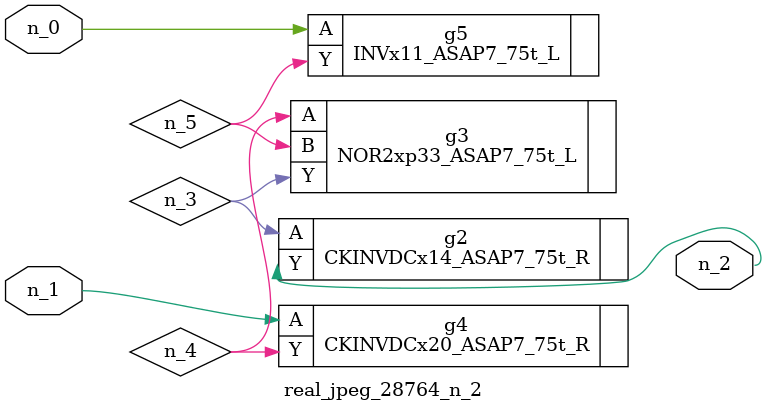
<source format=v>
module real_jpeg_28764_n_2 (n_1, n_0, n_2);

input n_1;
input n_0;

output n_2;

wire n_5;
wire n_4;
wire n_3;

INVx11_ASAP7_75t_L g5 ( 
.A(n_0),
.Y(n_5)
);

CKINVDCx20_ASAP7_75t_R g4 ( 
.A(n_1),
.Y(n_4)
);

CKINVDCx14_ASAP7_75t_R g2 ( 
.A(n_3),
.Y(n_2)
);

NOR2xp33_ASAP7_75t_L g3 ( 
.A(n_4),
.B(n_5),
.Y(n_3)
);


endmodule
</source>
